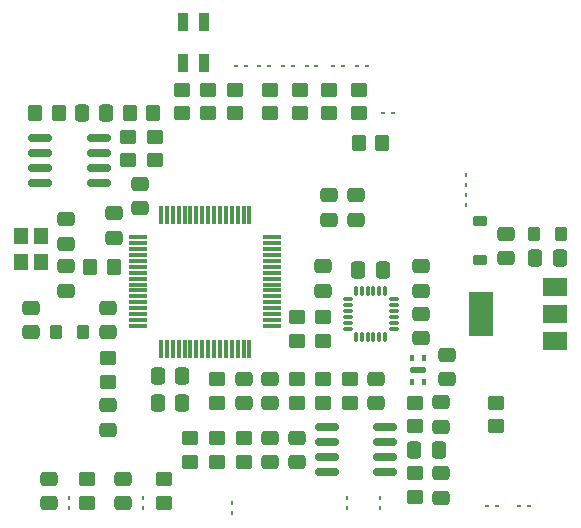
<source format=gbr>
%TF.GenerationSoftware,KiCad,Pcbnew,7.0.5*%
%TF.CreationDate,2023-08-23T03:28:24+02:00*%
%TF.ProjectId,STM32_DevBoard,53544d33-325f-4446-9576-426f6172642e,rev?*%
%TF.SameCoordinates,Original*%
%TF.FileFunction,Paste,Top*%
%TF.FilePolarity,Positive*%
%FSLAX46Y46*%
G04 Gerber Fmt 4.6, Leading zero omitted, Abs format (unit mm)*
G04 Created by KiCad (PCBNEW 7.0.5) date 2023-08-23 03:28:24*
%MOMM*%
%LPD*%
G01*
G04 APERTURE LIST*
G04 Aperture macros list*
%AMRoundRect*
0 Rectangle with rounded corners*
0 $1 Rounding radius*
0 $2 $3 $4 $5 $6 $7 $8 $9 X,Y pos of 4 corners*
0 Add a 4 corners polygon primitive as box body*
4,1,4,$2,$3,$4,$5,$6,$7,$8,$9,$2,$3,0*
0 Add four circle primitives for the rounded corners*
1,1,$1+$1,$2,$3*
1,1,$1+$1,$4,$5*
1,1,$1+$1,$6,$7*
1,1,$1+$1,$8,$9*
0 Add four rect primitives between the rounded corners*
20,1,$1+$1,$2,$3,$4,$5,0*
20,1,$1+$1,$4,$5,$6,$7,0*
20,1,$1+$1,$6,$7,$8,$9,0*
20,1,$1+$1,$8,$9,$2,$3,0*%
G04 Aperture macros list end*
%ADD10RoundRect,0.062500X-0.117500X-0.062500X0.117500X-0.062500X0.117500X0.062500X-0.117500X0.062500X0*%
%ADD11RoundRect,0.250000X0.275000X0.350000X-0.275000X0.350000X-0.275000X-0.350000X0.275000X-0.350000X0*%
%ADD12R,0.850000X1.600000*%
%ADD13RoundRect,0.150000X-0.825000X-0.150000X0.825000X-0.150000X0.825000X0.150000X-0.825000X0.150000X0*%
%ADD14RoundRect,0.062500X0.062500X-0.117500X0.062500X0.117500X-0.062500X0.117500X-0.062500X-0.117500X0*%
%ADD15RoundRect,0.250000X-0.475000X0.337500X-0.475000X-0.337500X0.475000X-0.337500X0.475000X0.337500X0*%
%ADD16RoundRect,0.250000X0.337500X0.475000X-0.337500X0.475000X-0.337500X-0.475000X0.337500X-0.475000X0*%
%ADD17RoundRect,0.225000X0.375000X-0.225000X0.375000X0.225000X-0.375000X0.225000X-0.375000X-0.225000X0*%
%ADD18RoundRect,0.250000X0.450000X-0.350000X0.450000X0.350000X-0.450000X0.350000X-0.450000X-0.350000X0*%
%ADD19RoundRect,0.250000X-0.450000X0.350000X-0.450000X-0.350000X0.450000X-0.350000X0.450000X0.350000X0*%
%ADD20RoundRect,0.250000X0.475000X-0.337500X0.475000X0.337500X-0.475000X0.337500X-0.475000X-0.337500X0*%
%ADD21R,2.000000X1.500000*%
%ADD22R,2.000000X3.800000*%
%ADD23RoundRect,0.250000X-0.337500X-0.475000X0.337500X-0.475000X0.337500X0.475000X-0.337500X0.475000X0*%
%ADD24RoundRect,0.062500X-0.062500X0.117500X-0.062500X-0.117500X0.062500X-0.117500X0.062500X0.117500X0*%
%ADD25RoundRect,0.250000X-0.350000X-0.450000X0.350000X-0.450000X0.350000X0.450000X-0.350000X0.450000X0*%
%ADD26RoundRect,0.075000X-0.700000X-0.075000X0.700000X-0.075000X0.700000X0.075000X-0.700000X0.075000X0*%
%ADD27RoundRect,0.075000X-0.075000X-0.700000X0.075000X-0.700000X0.075000X0.700000X-0.075000X0.700000X0*%
%ADD28RoundRect,0.087500X-0.087500X0.187500X-0.087500X-0.187500X0.087500X-0.187500X0.087500X0.187500X0*%
%ADD29RoundRect,0.125000X-0.575000X0.125000X-0.575000X-0.125000X0.575000X-0.125000X0.575000X0.125000X0*%
%ADD30RoundRect,0.087500X0.087500X-0.187500X0.087500X0.187500X-0.087500X0.187500X-0.087500X-0.187500X0*%
%ADD31RoundRect,0.062500X0.117500X0.062500X-0.117500X0.062500X-0.117500X-0.062500X0.117500X-0.062500X0*%
%ADD32R,1.200000X1.400000*%
%ADD33RoundRect,0.075000X0.075000X-0.350000X0.075000X0.350000X-0.075000X0.350000X-0.075000X-0.350000X0*%
%ADD34RoundRect,0.075000X0.350000X0.075000X-0.350000X0.075000X-0.350000X-0.075000X0.350000X-0.075000X0*%
G04 APERTURE END LIST*
D10*
%TO.C,D20*%
X174670000Y-109050000D03*
X173830000Y-109050000D03*
%TD*%
D11*
%TO.C,FB1*%
X136900000Y-94300000D03*
X134600000Y-94300000D03*
%TD*%
D12*
%TO.C,D1*%
X145375000Y-71550000D03*
X147125000Y-71550000D03*
X147125000Y-68050000D03*
X145375000Y-68050000D03*
%TD*%
D13*
%TO.C,U4*%
X133275000Y-77895000D03*
X133275000Y-79165000D03*
X133275000Y-80435000D03*
X133275000Y-81705000D03*
X138225000Y-81705000D03*
X138225000Y-80435000D03*
X138225000Y-79165000D03*
X138225000Y-77895000D03*
%TD*%
D14*
%TO.C,D18*%
X162050000Y-108380000D03*
X162050000Y-109220000D03*
%TD*%
D11*
%TO.C,FB2*%
X177400000Y-86050000D03*
X175100000Y-86050000D03*
%TD*%
D15*
%TO.C,C28*%
X167250000Y-100262500D03*
X167250000Y-102337500D03*
%TD*%
D16*
%TO.C,C4*%
X145287500Y-98050000D03*
X143212500Y-98050000D03*
%TD*%
D17*
%TO.C,D24*%
X170500000Y-88200000D03*
X170500000Y-84900000D03*
%TD*%
D18*
%TO.C,R7*%
X155250000Y-75800000D03*
X155250000Y-73800000D03*
%TD*%
D19*
%TO.C,R27*%
X148250000Y-98300000D03*
X148250000Y-100300000D03*
%TD*%
D18*
%TO.C,R11*%
X171900000Y-102300000D03*
X171900000Y-100300000D03*
%TD*%
D10*
%TO.C,D4*%
X152670000Y-71800000D03*
X151830000Y-71800000D03*
%TD*%
D14*
%TO.C,D13*%
X149500000Y-108830000D03*
X149500000Y-109670000D03*
%TD*%
D15*
%TO.C,C10*%
X150500000Y-98262500D03*
X150500000Y-100337500D03*
%TD*%
D19*
%TO.C,R16*%
X159500000Y-98300000D03*
X159500000Y-100300000D03*
%TD*%
%TO.C,R9*%
X155000000Y-98300000D03*
X155000000Y-100300000D03*
%TD*%
D15*
%TO.C,C5*%
X152750000Y-98262500D03*
X152750000Y-100337500D03*
%TD*%
D20*
%TO.C,C31*%
X161750000Y-100337500D03*
X161750000Y-98262500D03*
%TD*%
D21*
%TO.C,U8*%
X176900000Y-95100000D03*
X176900000Y-92800000D03*
D22*
X170600000Y-92800000D03*
D21*
X176900000Y-90500000D03*
%TD*%
D23*
%TO.C,C29*%
X164962500Y-104300000D03*
X167037500Y-104300000D03*
%TD*%
D20*
%TO.C,C9*%
X160000000Y-84837500D03*
X160000000Y-82762500D03*
%TD*%
D10*
%TO.C,D10*%
X163170000Y-75800000D03*
X162330000Y-75800000D03*
%TD*%
D20*
%TO.C,C27*%
X155000000Y-105337500D03*
X155000000Y-103262500D03*
%TD*%
D15*
%TO.C,C22*%
X172750000Y-86012500D03*
X172750000Y-88087500D03*
%TD*%
D14*
%TO.C,D7*%
X142000000Y-108380000D03*
X142000000Y-109220000D03*
%TD*%
D19*
%TO.C,R17*%
X146000000Y-103300000D03*
X146000000Y-105300000D03*
%TD*%
D24*
%TO.C,D6*%
X169300000Y-83550000D03*
X169300000Y-82710000D03*
%TD*%
D15*
%TO.C,C30*%
X167250000Y-106262500D03*
X167250000Y-108337500D03*
%TD*%
D19*
%TO.C,R3*%
X139000000Y-96550000D03*
X139000000Y-98550000D03*
%TD*%
D20*
%TO.C,C19*%
X165500000Y-94837500D03*
X165500000Y-92762500D03*
%TD*%
%TO.C,C1*%
X139500000Y-86337500D03*
X139500000Y-84262500D03*
%TD*%
%TO.C,C8*%
X132500000Y-94337500D03*
X132500000Y-92262500D03*
%TD*%
D19*
%TO.C,R24*%
X143000000Y-77800000D03*
X143000000Y-79800000D03*
%TD*%
D16*
%TO.C,C20*%
X162287500Y-89050000D03*
X160212500Y-89050000D03*
%TD*%
D20*
%TO.C,C26*%
X152750000Y-105337500D03*
X152750000Y-103262500D03*
%TD*%
D25*
%TO.C,R8*%
X132850000Y-75800000D03*
X134850000Y-75800000D03*
%TD*%
D18*
%TO.C,R15*%
X165000000Y-108300000D03*
X165000000Y-106300000D03*
%TD*%
D20*
%TO.C,C15*%
X165500000Y-90837500D03*
X165500000Y-88762500D03*
%TD*%
D26*
%TO.C,U3*%
X141575000Y-86300000D03*
X141575000Y-86800000D03*
X141575000Y-87300000D03*
X141575000Y-87800000D03*
X141575000Y-88300000D03*
X141575000Y-88800000D03*
X141575000Y-89300000D03*
X141575000Y-89800000D03*
X141575000Y-90300000D03*
X141575000Y-90800000D03*
X141575000Y-91300000D03*
X141575000Y-91800000D03*
X141575000Y-92300000D03*
X141575000Y-92800000D03*
X141575000Y-93300000D03*
X141575000Y-93800000D03*
D27*
X143500000Y-95725000D03*
X144000000Y-95725000D03*
X144500000Y-95725000D03*
X145000000Y-95725000D03*
X145500000Y-95725000D03*
X146000000Y-95725000D03*
X146500000Y-95725000D03*
X147000000Y-95725000D03*
X147500000Y-95725000D03*
X148000000Y-95725000D03*
X148500000Y-95725000D03*
X149000000Y-95725000D03*
X149500000Y-95725000D03*
X150000000Y-95725000D03*
X150500000Y-95725000D03*
X151000000Y-95725000D03*
D26*
X152925000Y-93800000D03*
X152925000Y-93300000D03*
X152925000Y-92800000D03*
X152925000Y-92300000D03*
X152925000Y-91800000D03*
X152925000Y-91300000D03*
X152925000Y-90800000D03*
X152925000Y-90300000D03*
X152925000Y-89800000D03*
X152925000Y-89300000D03*
X152925000Y-88800000D03*
X152925000Y-88300000D03*
X152925000Y-87800000D03*
X152925000Y-87300000D03*
X152925000Y-86800000D03*
X152925000Y-86300000D03*
D27*
X151000000Y-84375000D03*
X150500000Y-84375000D03*
X150000000Y-84375000D03*
X149500000Y-84375000D03*
X149000000Y-84375000D03*
X148500000Y-84375000D03*
X148000000Y-84375000D03*
X147500000Y-84375000D03*
X147000000Y-84375000D03*
X146500000Y-84375000D03*
X146000000Y-84375000D03*
X145500000Y-84375000D03*
X145000000Y-84375000D03*
X144500000Y-84375000D03*
X144000000Y-84375000D03*
X143500000Y-84375000D03*
%TD*%
D13*
%TO.C,U6*%
X157525000Y-102395000D03*
X157525000Y-103665000D03*
X157525000Y-104935000D03*
X157525000Y-106205000D03*
X162475000Y-106205000D03*
X162475000Y-104935000D03*
X162475000Y-103665000D03*
X162475000Y-102395000D03*
%TD*%
D19*
%TO.C,R14*%
X157250000Y-98300000D03*
X157250000Y-100300000D03*
%TD*%
D25*
%TO.C,R2*%
X140850000Y-75800000D03*
X142850000Y-75800000D03*
%TD*%
D19*
%TO.C,R28*%
X150500000Y-103300000D03*
X150500000Y-105300000D03*
%TD*%
D18*
%TO.C,R19*%
X160250000Y-75800000D03*
X160250000Y-73800000D03*
%TD*%
D28*
%TO.C,U2*%
X165750000Y-96525000D03*
X164750000Y-96525000D03*
D29*
X165250000Y-97550000D03*
D30*
X165750000Y-98575000D03*
X164750000Y-98575000D03*
%TD*%
D31*
%TO.C,D11*%
X160080000Y-71800000D03*
X160920000Y-71800000D03*
%TD*%
D10*
%TO.C,D8*%
X154670000Y-71800000D03*
X153830000Y-71800000D03*
%TD*%
D20*
%TO.C,C7*%
X139000000Y-94337500D03*
X139000000Y-92262500D03*
%TD*%
D19*
%TO.C,R23*%
X140750000Y-77800000D03*
X140750000Y-79800000D03*
%TD*%
D16*
%TO.C,C18*%
X138887500Y-75800000D03*
X136812500Y-75800000D03*
%TD*%
D32*
%TO.C,Y1*%
X131650000Y-86200000D03*
X131650000Y-88400000D03*
X133350000Y-88400000D03*
X133350000Y-86200000D03*
%TD*%
D20*
%TO.C,C11*%
X135500000Y-86837500D03*
X135500000Y-84762500D03*
%TD*%
D18*
%TO.C,R21*%
X152750000Y-75800000D03*
X152750000Y-73800000D03*
%TD*%
D25*
%TO.C,R1*%
X137500000Y-88800000D03*
X139500000Y-88800000D03*
%TD*%
D14*
%TO.C,D5*%
X169300000Y-81050000D03*
X169300000Y-81890000D03*
%TD*%
D18*
%TO.C,R26*%
X155000000Y-95050000D03*
X155000000Y-93050000D03*
%TD*%
%TO.C,R4*%
X145250000Y-75800000D03*
X145250000Y-73800000D03*
%TD*%
D19*
%TO.C,R10*%
X143750000Y-106800000D03*
X143750000Y-108800000D03*
%TD*%
D10*
%TO.C,D9*%
X156670000Y-71800000D03*
X155830000Y-71800000D03*
%TD*%
D15*
%TO.C,C23*%
X140250000Y-106762500D03*
X140250000Y-108837500D03*
%TD*%
D18*
%TO.C,R25*%
X157250000Y-95050000D03*
X157250000Y-93050000D03*
%TD*%
D33*
%TO.C,U1*%
X160000000Y-94750000D03*
X160500000Y-94750000D03*
X161000000Y-94750000D03*
X161500000Y-94750000D03*
X162000000Y-94750000D03*
X162500000Y-94750000D03*
D34*
X163200000Y-94050000D03*
X163200000Y-93550000D03*
X163200000Y-93050000D03*
X163200000Y-92550000D03*
X163200000Y-92050000D03*
X163200000Y-91550000D03*
D33*
X162500000Y-90850000D03*
X162000000Y-90850000D03*
X161500000Y-90850000D03*
X161000000Y-90850000D03*
X160500000Y-90850000D03*
X160000000Y-90850000D03*
D34*
X159300000Y-91550000D03*
X159300000Y-92050000D03*
X159300000Y-92550000D03*
X159300000Y-93050000D03*
X159300000Y-93550000D03*
X159300000Y-94050000D03*
%TD*%
D14*
%TO.C,D17*%
X159250000Y-108380000D03*
X159250000Y-109220000D03*
%TD*%
D20*
%TO.C,C2*%
X157750000Y-84837500D03*
X157750000Y-82762500D03*
%TD*%
D14*
%TO.C,D22*%
X135750000Y-108380000D03*
X135750000Y-109220000D03*
%TD*%
D19*
%TO.C,R22*%
X148250000Y-103300000D03*
X148250000Y-105300000D03*
%TD*%
D10*
%TO.C,D3*%
X150670000Y-71800000D03*
X149830000Y-71800000D03*
%TD*%
D15*
%TO.C,C13*%
X139000000Y-100512500D03*
X139000000Y-102587500D03*
%TD*%
D31*
%TO.C,D15*%
X171080000Y-109050000D03*
X171920000Y-109050000D03*
%TD*%
D18*
%TO.C,R18*%
X157750000Y-75800000D03*
X157750000Y-73800000D03*
%TD*%
D15*
%TO.C,C12*%
X135500000Y-88762500D03*
X135500000Y-90837500D03*
%TD*%
%TO.C,C17*%
X167750000Y-96262500D03*
X167750000Y-98337500D03*
%TD*%
D20*
%TO.C,C16*%
X157250000Y-90837500D03*
X157250000Y-88762500D03*
%TD*%
%TO.C,C3*%
X141750000Y-83837500D03*
X141750000Y-81762500D03*
%TD*%
D18*
%TO.C,R13*%
X165000000Y-102300000D03*
X165000000Y-100300000D03*
%TD*%
D16*
%TO.C,C6*%
X145287500Y-100300000D03*
X143212500Y-100300000D03*
%TD*%
%TO.C,C33*%
X177287500Y-88050000D03*
X175212500Y-88050000D03*
%TD*%
D31*
%TO.C,D12*%
X158080000Y-71800000D03*
X158920000Y-71800000D03*
%TD*%
D15*
%TO.C,C25*%
X134000000Y-106762500D03*
X134000000Y-108837500D03*
%TD*%
D19*
%TO.C,R12*%
X137250000Y-106800000D03*
X137250000Y-108800000D03*
%TD*%
D25*
%TO.C,R20*%
X160250000Y-78350000D03*
X162250000Y-78350000D03*
%TD*%
D18*
%TO.C,R5*%
X147500000Y-75800000D03*
X147500000Y-73800000D03*
%TD*%
%TO.C,R6*%
X149750000Y-75800000D03*
X149750000Y-73800000D03*
%TD*%
M02*

</source>
